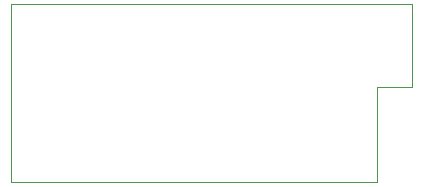
<source format=gbr>
G04 (created by PCBNEW (2013-07-07 BZR 4022)-stable) date 3/16/2015 2:43:43 PM*
%MOIN*%
G04 Gerber Fmt 3.4, Leading zero omitted, Abs format*
%FSLAX34Y34*%
G01*
G70*
G90*
G04 APERTURE LIST*
%ADD10C,0.00590551*%
%ADD11C,0.00393701*%
G04 APERTURE END LIST*
G54D10*
G54D11*
X104688Y-55444D02*
X116893Y-55444D01*
X104688Y-49527D02*
X104688Y-55444D01*
X116893Y-52283D02*
X116893Y-55444D01*
X118074Y-52283D02*
X116893Y-52283D01*
X118074Y-52283D02*
X118074Y-49527D01*
X104688Y-49527D02*
X118074Y-49527D01*
M02*

</source>
